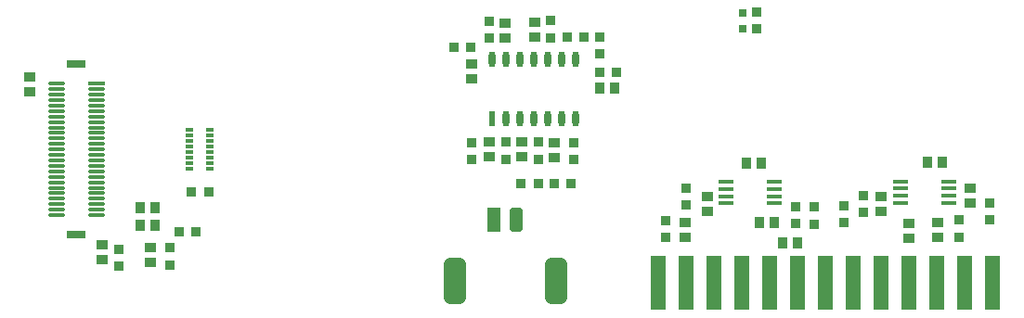
<source format=gtp>
G04*
G04 #@! TF.GenerationSoftware,Altium Limited,Altium Designer,19.0.10 (269)*
G04*
G04 Layer_Color=8421504*
%FSLAX25Y25*%
%MOIN*%
G70*
G01*
G75*
%ADD18O,0.02362X0.05709*%
%ADD19R,0.02362X0.05709*%
%ADD20R,0.05709X0.01772*%
%ADD21R,0.03347X0.03347*%
%ADD22R,0.03347X0.03347*%
%ADD23R,0.03000X0.01400*%
G04:AMPARAMS|DCode=24|XSize=47.24mil|YSize=86.61mil|CornerRadius=11.81mil|HoleSize=0mil|Usage=FLASHONLY|Rotation=0.000|XOffset=0mil|YOffset=0mil|HoleType=Round|Shape=RoundedRectangle|*
%AMROUNDEDRECTD24*
21,1,0.04724,0.06299,0,0,0.0*
21,1,0.02362,0.08661,0,0,0.0*
1,1,0.02362,0.01181,-0.03150*
1,1,0.02362,-0.01181,-0.03150*
1,1,0.02362,-0.01181,0.03150*
1,1,0.02362,0.01181,0.03150*
%
%ADD24ROUNDEDRECTD24*%
%ADD25R,0.04724X0.08661*%
G04:AMPARAMS|DCode=26|XSize=78.74mil|YSize=165.35mil|CornerRadius=19.68mil|HoleSize=0mil|Usage=FLASHONLY|Rotation=0.000|XOffset=0mil|YOffset=0mil|HoleType=Round|Shape=RoundedRectangle|*
%AMROUNDEDRECTD26*
21,1,0.07874,0.12598,0,0,0.0*
21,1,0.03937,0.16535,0,0,0.0*
1,1,0.03937,0.01968,-0.06299*
1,1,0.03937,-0.01968,-0.06299*
1,1,0.03937,-0.01968,0.06299*
1,1,0.03937,0.01968,0.06299*
%
%ADD26ROUNDEDRECTD26*%
%ADD27R,0.05512X0.19685*%
%ADD28R,0.07087X0.03150*%
%ADD29R,0.06299X0.01181*%
%ADD30O,0.06299X0.01181*%
%ADD31R,0.03150X0.03150*%
%ADD32R,0.03543X0.03937*%
%ADD33R,0.03937X0.03543*%
D18*
X200720Y91437D02*
D03*
X195720D02*
D03*
X190720D02*
D03*
X185720D02*
D03*
X180720D02*
D03*
X175720D02*
D03*
X170720D02*
D03*
X200720Y69981D02*
D03*
X195720D02*
D03*
X190720D02*
D03*
X185720D02*
D03*
X180720D02*
D03*
X175720D02*
D03*
D19*
X170720D02*
D03*
D20*
X317618Y47603D02*
D03*
Y45044D02*
D03*
Y42485D02*
D03*
Y39926D02*
D03*
X334941Y47603D02*
D03*
Y45044D02*
D03*
Y42485D02*
D03*
Y39926D02*
D03*
X254715Y47333D02*
D03*
Y44774D02*
D03*
Y42215D02*
D03*
Y39656D02*
D03*
X272038Y47333D02*
D03*
Y44774D02*
D03*
Y42215D02*
D03*
Y39656D02*
D03*
D21*
X209487Y86891D02*
D03*
X215589D02*
D03*
X187374Y46787D02*
D03*
X181272D02*
D03*
X193083D02*
D03*
X199185D02*
D03*
X203888Y99360D02*
D03*
X197785D02*
D03*
X163287Y95669D02*
D03*
X157185D02*
D03*
X62992Y43765D02*
D03*
X69095D02*
D03*
X58366Y29528D02*
D03*
X64468D02*
D03*
D22*
X169783Y99133D02*
D03*
Y105235D02*
D03*
X200102Y61551D02*
D03*
Y55449D02*
D03*
X191978Y99262D02*
D03*
Y105364D02*
D03*
X187374Y61630D02*
D03*
Y55528D02*
D03*
X163386Y61551D02*
D03*
Y55449D02*
D03*
X175984Y55610D02*
D03*
Y61713D02*
D03*
X209610Y99508D02*
D03*
Y93405D02*
D03*
X349410Y39926D02*
D03*
Y33824D02*
D03*
X338583Y33661D02*
D03*
Y27559D02*
D03*
X304134Y42421D02*
D03*
Y36319D02*
D03*
X297244Y38947D02*
D03*
Y32845D02*
D03*
X55118Y23622D02*
D03*
Y17520D02*
D03*
X279786Y38484D02*
D03*
Y32382D02*
D03*
X286638Y38362D02*
D03*
Y32260D02*
D03*
X37008Y23130D02*
D03*
Y17028D02*
D03*
X240394Y45079D02*
D03*
Y38976D02*
D03*
X233268Y33563D02*
D03*
Y27461D02*
D03*
X265738Y108544D02*
D03*
Y102442D02*
D03*
D23*
X62295Y52055D02*
D03*
Y54055D02*
D03*
Y56055D02*
D03*
Y58055D02*
D03*
Y60055D02*
D03*
Y62055D02*
D03*
Y64055D02*
D03*
Y66055D02*
D03*
X69595D02*
D03*
Y64055D02*
D03*
Y62055D02*
D03*
Y60055D02*
D03*
Y58055D02*
D03*
Y56055D02*
D03*
Y54055D02*
D03*
Y52055D02*
D03*
D24*
X179528Y33779D02*
D03*
D25*
X171653D02*
D03*
D26*
X157480Y11811D02*
D03*
X193701D02*
D03*
D27*
X350394Y11024D02*
D03*
X340394D02*
D03*
X330394D02*
D03*
X320394D02*
D03*
X310394D02*
D03*
X300394D02*
D03*
X290394D02*
D03*
X280394D02*
D03*
X270394D02*
D03*
X260394D02*
D03*
X250394D02*
D03*
X240394D02*
D03*
X230394D02*
D03*
D28*
X21654Y28346D02*
D03*
Y89764D02*
D03*
D29*
X28740Y82677D02*
D03*
D30*
Y80709D02*
D03*
Y78740D02*
D03*
Y76772D02*
D03*
Y74803D02*
D03*
Y72835D02*
D03*
Y70866D02*
D03*
Y68898D02*
D03*
Y66929D02*
D03*
Y64961D02*
D03*
Y62992D02*
D03*
Y61024D02*
D03*
Y59055D02*
D03*
Y57087D02*
D03*
Y55118D02*
D03*
Y53150D02*
D03*
Y51181D02*
D03*
Y49213D02*
D03*
Y47244D02*
D03*
Y45276D02*
D03*
Y43307D02*
D03*
Y41339D02*
D03*
Y39370D02*
D03*
Y37402D02*
D03*
Y35433D02*
D03*
X14567D02*
D03*
Y37402D02*
D03*
Y39370D02*
D03*
Y41339D02*
D03*
Y43307D02*
D03*
Y45276D02*
D03*
Y47244D02*
D03*
Y49213D02*
D03*
Y51181D02*
D03*
Y53150D02*
D03*
Y55118D02*
D03*
Y57087D02*
D03*
Y59055D02*
D03*
Y61024D02*
D03*
Y62992D02*
D03*
Y64961D02*
D03*
Y66929D02*
D03*
Y68898D02*
D03*
Y70866D02*
D03*
Y72835D02*
D03*
Y74803D02*
D03*
Y76772D02*
D03*
Y78740D02*
D03*
Y80709D02*
D03*
Y82677D02*
D03*
D31*
X260778Y102362D02*
D03*
Y108268D02*
D03*
D32*
X209487Y80986D02*
D03*
X214802D02*
D03*
X44488Y38189D02*
D03*
X49803D02*
D03*
X332382Y54391D02*
D03*
X327067D02*
D03*
X44587Y31890D02*
D03*
X49902D02*
D03*
X272082Y32874D02*
D03*
X266767D02*
D03*
X280601Y25377D02*
D03*
X275286D02*
D03*
X267421Y54181D02*
D03*
X262106D02*
D03*
D33*
X175689Y99133D02*
D03*
Y104448D02*
D03*
X193280Y61551D02*
D03*
Y56236D02*
D03*
X186073Y99360D02*
D03*
Y104675D02*
D03*
X181468Y61630D02*
D03*
Y56315D02*
D03*
X169783Y61657D02*
D03*
Y56342D02*
D03*
X163386Y89764D02*
D03*
Y84449D02*
D03*
X342520Y39827D02*
D03*
Y45142D02*
D03*
X330709Y27559D02*
D03*
Y32874D02*
D03*
X310394Y42028D02*
D03*
Y36713D02*
D03*
X320394Y27224D02*
D03*
Y32539D02*
D03*
X4921Y79724D02*
D03*
Y85039D02*
D03*
X48228Y23622D02*
D03*
Y18307D02*
D03*
X30709Y24705D02*
D03*
Y19390D02*
D03*
X248031Y42028D02*
D03*
Y36713D02*
D03*
X240158Y27559D02*
D03*
Y32874D02*
D03*
M02*

</source>
